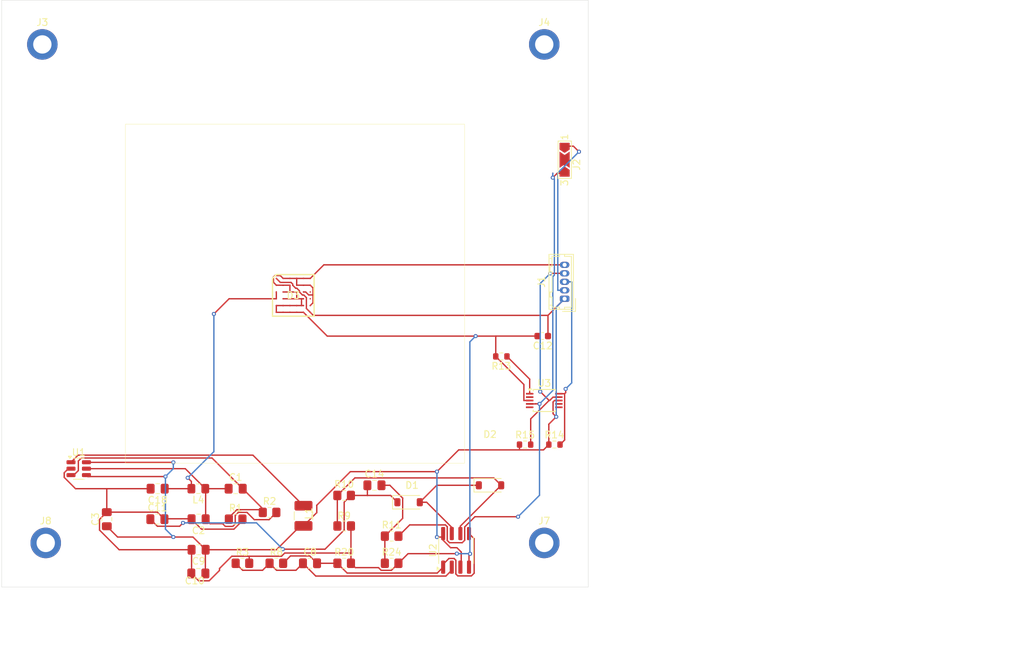
<source format=kicad_pcb>
(kicad_pcb (version 20241229) (generator "pcbnew") (generator_version "9.0")
  (layers (0 "F.Cu" signal) (2 "B.Cu" signal) (13 "F.Paste" user) (15 "B.Paste" user) (5 "F.SilkS" user "F.Silkscreen") (7 "B.SilkS" user "B.Silkscreen") (1 "F.Mask" user) (3 "B.Mask" user) (25 "Edge.Cuts" user))
  (net 0 "")
  (net 1 "Net-(U1-Vout)")
  (net 2 "Net-(U1-FB)")
  (net 3 "GND")
  (net 4 "+5V")
  (net 5 "Net-(U2--IN_A)")
  (net 6 "Net-(U2-+IN_B)")
  (net 7 "Net-(D1-K)")
  (net 8 "Net-(C14-Pad2)")
  (net 9 "/Anode OUT")
  (net 10 "Net-(D1-A)")
  (net 11 "Net-(D2-A)")
  (net 12 "Net-(J1-Pin_4)")
  (net 13 "Net-(J1-Pin_3)")
  (net 14 "ADC0")
  (net 15 "/AMP OUT")
  (net 16 "Net-(U1-sw)")
  (net 17 "Net-(U3-ADDR)")
  (footprint "Capacitor_SMD:C_0805_2012Metric_Pad1.18x1.45mm_HandSolder" (layer "F.Cu") (at 97 112.5 180)
    (property "Reference" "C18" (at 0 -1.68 0) (layer "F.SilkS"))
    (property "Value" "1uF")
    (pad "1" smd roundrect (at -1.0375 0 180) (size 1.175 1.45) (layers "F.Cu" "F.Mask" "F.Paste") (roundrect_rratio 0.212766) (net 9 "/Anode OUT"))
    (pad "2" smd roundrect (at 1.0375 0 180) (size 1.175 1.45) (layers "F.Cu" "F.Mask" "F.Paste") (roundrect_rratio 0.212766) (net 3 "GND"))
  )
  (footprint "Capacitor_SMD:C_0805_2012Metric_Pad1.18x1.45mm_HandSolder" (layer "F.Cu") (at 96.9625 117)
    (property "Reference" "C11" (at 0 -1.68 0) (layer "F.SilkS"))
    (property "Value" "20nF")
    (pad "1" smd roundrect (at -1.0375 0) (size 1.175 1.45) (layers "F.Cu" "F.Mask" "F.Paste") (roundrect_rratio 0.212766) (net 7 "Net-(D1-K)"))
    (pad "2" smd roundrect (at 1.0375 0) (size 1.175 1.45) (layers "F.Cu" "F.Mask" "F.Paste") (roundrect_rratio 0.212766) (net 3 "GND"))
  )
  (footprint "MountingHole:MountingHole_2.7mm_M2.5_ISO7380_Pad" (layer "F.Cu") (at 80 47)
    (property "Reference" "J3" (at 0 -3.25 0) (layer "F.SilkS"))
    (property "Value" "Conn_01x01_Pin")
    (pad "1" thru_hole circle (at 0 0) (size 4.5 4.5) (drill 2.7) (layers "*.Cu" "*.Mask"))
  )
  (footprint "Resistor_SMD:R_0805_2012Metric_Pad1.20x1.40mm_HandSolder" (layer "F.Cu") (at 113.5 116)
    (property "Reference" "R2" (at 0 -1.65 0) (layer "F.SilkS"))
    (property "Value" "226k")
    (pad "1" smd roundrect (at -1 0) (size 1.2 1.4) (layers "F.Cu" "F.Mask" "F.Paste") (roundrect_rratio 0.208333) (net 2 "Net-(U1-FB)"))
    (pad "2" smd roundrect (at 1 0) (size 1.2 1.4) (layers "F.Cu" "F.Mask" "F.Paste") (roundrect_rratio 0.208333) (net 1 "Net-(U1-Vout)"))
  )
  (footprint "Resistor_SMD:R_0805_2012Metric_Pad1.20x1.40mm_HandSolder" (layer "F.Cu") (at 114.5 123.5)
    (property "Reference" "R8" (at 0 -1.65 0) (layer "F.SilkS"))
    (property "Value" "10k")
    (pad "1" smd roundrect (at -1 0) (size 1.2 1.4) (layers "F.Cu" "F.Mask" "F.Paste") (roundrect_rratio 0.208333) (net 5 "Net-(U2--IN_A)"))
    (pad "2" smd roundrect (at 1 0) (size 1.2 1.4) (layers "F.Cu" "F.Mask" "F.Paste") (roundrect_rratio 0.208333) (net 6 "Net-(U2-+IN_B)"))
  )
  (footprint "Resistor_SMD:R_0603_1608Metric" (layer "F.Cu") (at 151.175 106)
    (property "Reference" "R15" (at 0 -1.43 0) (layer "F.SilkS"))
    (property "Value" "10K")
    (pad "1" smd roundrect (at -0.825 0) (size 0.8 0.95) (layers "F.Cu" "F.Mask" "F.Paste") (net 4 "+5V"))
    (pad "2" smd roundrect (at 0.825 0) (size 0.8 0.95) (layers "F.Cu" "F.Mask" "F.Paste") (net 12 "Net-(J1-Pin_4)"))
  )
  (footprint "1my_footprints:BGA36C100P6X6_613X613X67" (layer "F.Cu") (at 117 84)
    (property "Reference" "D3" (at 0 0 0) (layer "F.SilkS"))
    (property "Value" "MICROFJ-60035-TSV-TR1")
    (pad "A1" smd circle (at -2.5 -2.5) (size 0.208 0.208) (layers "F.Cu" "F.Mask" "F.Paste") (net 4 "+5V"))
    (pad "A2" smd circle (at -1.5 -2.5) (size 0.208 0.208) (layers "F.Cu" "F.Mask" "F.Paste") (net 3 "GND"))
    (pad "A3" smd circle (at -0.5 -2.5) (size 0.208 0.208) (layers "F.Cu" "F.Mask" "F.Paste") (net 3 "GND"))
    (pad "A4" smd circle (at 0.5 -2.5) (size 0.208 0.208) (layers "F.Cu" "F.Mask" "F.Paste") (net 3 "GND"))
    (pad "A5" smd circle (at 1.5 -2.5) (size 0.208 0.208) (layers "F.Cu" "F.Mask" "F.Paste") (net 3 "GND"))
    (pad "A6" smd circle (at 2.5 -2.5) (size 0.208 0.208) (layers "F.Cu" "F.Mask" "F.Paste") (net 3 "GND"))
    (pad "B1" smd circle (at -2.5 -1.5) (size 0.208 0.208) (layers "F.Cu" "F.Mask" "F.Paste") (net 3 "GND"))
    (pad "B2" smd circle (at -1.5 -1.5) (size 0.208 0.208) (layers "F.Cu" "F.Mask" "F.Paste") (net 3 "GND"))
    (pad "B3" smd circle (at -0.5 -1.5) (size 0.208 0.208) (layers "F.Cu" "F.Mask" "F.Paste") (net 3 "GND"))
    (pad "B4" smd circle (at 0.5 -1.5) (size 0.208 0.208) (layers "F.Cu" "F.Mask" "F.Paste") (net 3 "GND"))
    (pad "B5" smd circle (at 1.5 -1.5) (size 0.208 0.208) (layers "F.Cu" "F.Mask" "F.Paste") (net 3 "GND"))
    (pad "B6" smd circle (at 2.5 -1.5) (size 0.208 0.208) (layers "F.Cu" "F.Mask" "F.Paste") (net 3 "GND"))
    (pad "C1" smd circle (at -2.5 -0.5) (size 0.208 0.208) (layers "F.Cu" "F.Mask" "F.Paste") (net 9 "/Anode OUT"))
    (pad "C2" smd circle (at -1.5 -0.5) (size 0.208 0.208) (layers "F.Cu" "F.Mask" "F.Paste") (net 3 "GND"))
    (pad "C3" smd circle (at -0.5 -0.5) (size 0.208 0.208) (layers "F.Cu" "F.Mask" "F.Paste") (net 3 "GND"))
    (pad "C4" smd circle (at 0.5 -0.5) (size 0.208 0.208) (layers "F.Cu" "F.Mask" "F.Paste") (net 3 "GND"))
    (pad "C5" smd circle (at 1.5 -0.5) (size 0.208 0.208) (layers "F.Cu" "F.Mask" "F.Paste") (net 3 "GND"))
    (pad "C6" smd circle (at 2.5 -0.5) (size 0.208 0.208) (layers "F.Cu" "F.Mask" "F.Paste"))
    (pad "D1" smd circle (at -2.5 0.5) (size 0.208 0.208) (layers "F.Cu" "F.Mask" "F.Paste") (net 9 "/Anode OUT"))
    (pad "D2" smd circle (at -1.5 0.5) (size 0.208 0.208) (layers "F.Cu" "F.Mask" "F.Paste") (net 3 "GND"))
    (pad "D3" smd circle (at -0.5 0.5) (size 0.208 0.208) (layers "F.Cu" "F.Mask" "F.Paste") (net 3 "GND"))
    (pad "D4" smd circle (at 0.5 0.5) (size 0.208 0.208) (layers "F.Cu" "F.Mask" "F.Paste") (net 3 "GND"))
    (pad "D5" smd circle (at 1.5 0.5) (size 0.208 0.208) (layers "F.Cu" "F.Mask" "F.Paste") (net 3 "GND"))
    (pad "D6" smd circle (at 2.5 0.5) (size 0.208 0.208) (layers "F.Cu" "F.Mask" "F.Paste"))
    (pad "E1" smd circle (at -2.5 1.5) (size 0.208 0.208) (layers "F.Cu" "F.Mask" "F.Paste") (net 3 "GND"))
    (pad "E2" smd circle (at -1.5 1.5) (size 0.208 0.208) (layers "F.Cu" "F.Mask" "F.Paste") (net 3 "GND"))
    (pad "E3" smd circle (at -0.5 1.5) (size 0.208 0.208) (layers "F.Cu" "F.Mask" "F.Paste") (net 3 "GND"))
    (pad "E4" smd circle (at 0.5 1.5) (size 0.208 0.208) (layers "F.Cu" "F.Mask" "F.Paste") (net 3 "GND"))
    (pad "E5" smd circle (at 1.5 1.5) (size 0.208 0.208) (layers "F.Cu" "F.Mask" "F.Paste") (net 3 "GND"))
    (pad "E6" smd circle (at 2.5 1.5) (size 0.208 0.208) (layers "F.Cu" "F.Mask" "F.Paste") (net 3 "GND"))
    (pad "F1" smd circle (at -2.5 2.5) (size 0.208 0.208) (layers "F.Cu" "F.Mask" "F.Paste") (net 3 "GND"))
    (pad "F2" smd circle (at -1.5 2.5) (size 0.208 0.208) (layers "F.Cu" "F.Mask" "F.Paste") (net 3 "GND"))
    (pad "F3" smd circle (at -0.5 2.5) (size 0.208 0.208) (layers "F.Cu" "F.Mask" "F.Paste") (net 3 "GND"))
    (pad "F4" smd circle (at 0.5 2.5) (size 0.208 0.208) (layers "F.Cu" "F.Mask" "F.Paste") (net 3 "GND"))
    (pad "F5" smd circle (at 1.5 2.5) (size 0.208 0.208) (layers "F.Cu" "F.Mask" "F.Paste") (net 3 "GND"))
    (pad "F6" smd circle (at 2.5 2.5) (size 0.208 0.208) (layers "F.Cu" "F.Mask" "F.Paste") (net 4 "+5V"))
  )
  (footprint "Connector_Hirose:Hirose_DF13-05P-1.25DSA_1x05_P1.25mm_Vertical" (layer "F.Cu") (at 157 84.5 90)
    (property "Reference" "J1" (at 2.5 -3.4 90) (layer "F.SilkS"))
    (property "Value" "Conn_01x05_Female")
    (pad "1" thru_hole roundrect (at 0 0 90) (size 0.9 1.4) (drill 0.6) (layers "*.Cu" "*.Mask") (net 4 "+5V"))
    (pad "2" thru_hole oval (at 1.25 0 90) (size 0.9 1.4) (drill 0.6) (layers "*.Cu" "*.Mask") (net 14 "ADC0"))
    (pad "3" thru_hole oval (at 2.5 0 90) (size 0.9 1.4) (drill 0.6) (layers "*.Cu" "*.Mask") (net 13 "Net-(J1-Pin_3)"))
    (pad "4" thru_hole oval (at 3.75 0 90) (size 0.9 1.4) (drill 0.6) (layers "*.Cu" "*.Mask") (net 12 "Net-(J1-Pin_4)"))
    (pad "5" thru_hole oval (at 5 0 90) (size 0.9 1.4) (drill 0.6) (layers "*.Cu" "*.Mask") (net 3 "GND"))
  )
  (footprint "Resistor_SMD:R_0805_2012Metric_Pad1.20x1.40mm_HandSolder" (layer "F.Cu") (at 124.5 118)
    (property "Reference" "R9" (at 0 -1.5 0) (layer "F.SilkS"))
    (property "Value" "100k")
    (pad "1" smd roundrect (at -1 0) (size 1.2 1.4) (layers "F.Cu" "F.Mask" "F.Paste") (roundrect_rratio 0.208333) (net 11 "Net-(D2-A)"))
    (pad "2" smd roundrect (at 1 0) (size 1.2 1.4) (layers "F.Cu" "F.Mask" "F.Paste") (roundrect_rratio 0.208333) (net 3 "GND"))
  )
  (footprint "Resistor_SMD:R_0603_1608Metric" (layer "F.Cu") (at 147.675 93 180)
    (property "Reference" "R13" (at 0 -1.43 0) (layer "F.SilkS"))
    (property "Value" "10K")
    (pad "1" smd roundrect (at -0.825 0 180) (size 0.8 0.95) (layers "F.Cu" "F.Mask" "F.Paste") (net 17 "Net-(U3-ADDR)"))
    (pad "2" smd roundrect (at 0.825 0 180) (size 0.8 0.95) (layers "F.Cu" "F.Mask" "F.Paste") (net 3 "GND"))
  )
  (footprint "Resistor_SMD:R_0805_2012Metric_Pad1.20x1.40mm_HandSolder" (layer "F.Cu") (at 109.5 123.5)
    (property "Reference" "R3" (at 0 -1.65 0) (layer "F.SilkS"))
    (property "Value" "249")
    (pad "1" smd roundrect (at -1 0) (size 1.2 1.4) (layers "F.Cu" "F.Mask" "F.Paste") (roundrect_rratio 0.208333) (net 5 "Net-(U2--IN_A)"))
    (pad "2" smd roundrect (at 1 0) (size 1.2 1.4) (layers "F.Cu" "F.Mask" "F.Paste") (roundrect_rratio 0.208333) (net 3 "GND"))
  )
  (footprint "Capacitor_SMD:C_0805_2012Metric_Pad1.18x1.45mm_HandSolder" (layer "F.Cu") (at 103.0375 121.5 180)
    (property "Reference" "C9" (at 0 -1.68 0) (layer "F.SilkS"))
    (property "Value" "10uF")
    (pad "1" smd roundrect (at -1.0375 0 180) (size 1.175 1.45) (layers "F.Cu" "F.Mask" "F.Paste") (roundrect_rratio 0.212766) (net 4 "+5V"))
    (pad "2" smd roundrect (at 1.0375 0 180) (size 1.175 1.45) (layers "F.Cu" "F.Mask" "F.Paste") (roundrect_rratio 0.212766) (net 3 "GND"))
  )
  (footprint "Capacitor_SMD:C_0805_2012Metric_Pad1.18x1.45mm_HandSolder" (layer "F.Cu") (at 103.0375 117 180)
    (property "Reference" "C2" (at 0 -1.68 0) (layer "F.SilkS"))
    (property "Value" "0.47pF")
    (pad "1" smd roundrect (at -1.0375 0 180) (size 1.175 1.45) (layers "F.Cu" "F.Mask" "F.Paste") (roundrect_rratio 0.212766) (net 1 "Net-(U1-Vout)"))
    (pad "2" smd roundrect (at 1.0375 0 180) (size 1.175 1.45) (layers "F.Cu" "F.Mask" "F.Paste") (roundrect_rratio 0.212766) (net 3 "GND"))
  )
  (footprint "Diode_SMD:D_SOD-123" (layer "F.Cu") (at 146 112)
    (property "Reference" "D2" (at 0 -7.5 0) (layer "F.SilkS"))
    (property "Value" "40V 500mA")
    (pad "1" smd roundrect (at -1.65 0) (size 0.9 1.2) (layers "F.Cu" "F.Mask" "F.Paste") (net 10 "Net-(D1-A)"))
    (pad "2" smd roundrect (at 1.65 0) (size 0.9 1.2) (layers "F.Cu" "F.Mask" "F.Paste") (net 11 "Net-(D2-A)"))
  )
  (footprint "Jumper:SolderJumper-3_P2.0mm_Open_TrianglePad1.0x1.5mm_NumberLabels" (layer "F.Cu") (at 157 64 -90)
    (property "Reference" "J2" (at 0.725 -1.775 90) (layer "F.SilkS"))
    (property "Value" "Conn_01x03_Socket")
    (fp_text user "3" (at 3.4 0 90) (layer "F.SilkS"))
    (fp_text user "1" (at -3.35 0 90) (layer "F.SilkS"))
    (pad "1" smd custom (at -2 0 270) (size 0.3 0.3) (layers "F.Cu" "F.Mask") (net 14 "ADC0") (options (clearance outline) (anchor rect)) (primitives (gr_poly (pts (xy 1 0) (xy 0.5 0.75) (xy -0.5 0.75) (xy -0.5 -0.75) (xy 0.5 -0.75)) (width 0) (fill yes))))
    (pad "2" smd custom (at 0 0 270) (size 0.3 0.3) (layers "F.Cu") (net 15 "/AMP OUT") (options (clearance outline) (anchor rect)) (primitives (gr_poly (pts (xy 0.7 0) (xy 1.2 0.75) (xy -1.2 0.75) (xy -0.7 0) (xy -1.2 -0.75) (xy 1.2 -0.75)) (width 0) (fill yes))))
    (pad "3" smd custom (at 2 0 90) (size 0.3 0.3) (layers "F.Cu" "F.Mask") (net 15 "/AMP OUT") (options (clearance outline) (anchor rect)) (primitives (gr_poly (pts (xy 1 0) (xy 0.5 0.75) (xy -0.5 0.75) (xy -0.5 -0.75) (xy 0.5 -0.75)) (width 0) (fill yes))))
  )
  (footprint "Inductor_SMD:L_0805_2012Metric_Pad1.15x1.40mm_HandSolder" (layer "F.Cu") (at 103 112.5 180)
    (property "Reference" "L4" (at 0 -1.65 0) (layer "F.SilkS"))
    (property "Value" "2.5k Ohms")
    (pad "1" smd roundrect (at -1.025 0 180) (size 1.15 1.4) (layers "F.Cu" "F.Mask" "F.Paste") (roundrect_rratio 0.217391) (net 1 "Net-(U1-Vout)"))
    (pad "2" smd roundrect (at 1.025 0 180) (size 1.15 1.4) (layers "F.Cu" "F.Mask" "F.Paste") (roundrect_rratio 0.217391) (net 9 "/Anode OUT"))
  )
  (footprint "Package_SO:TSSOP-10_3x3mm_P0.5mm" (layer "F.Cu") (at 154 99.5)
    (property "Reference" "U3" (at 0 -2.55 0) (layer "F.SilkS"))
    (property "Value" "ADS1115IDGS")
    (pad "1" smd rect (at -2.15 -1) (size 1.1 0.25) (layers "F.Cu" "F.Mask" "F.Paste") (net 17 "Net-(U3-ADDR)"))
    (pad "2" smd rect (at -2.15 -0.5) (size 1.1 0.25) (layers "F.Cu" "F.Mask" "F.Paste"))
    (pad "3" smd rect (at -2.15 0) (size 1.1 0.25) (layers "F.Cu" "F.Mask" "F.Paste") (net 3 "GND"))
    (pad "4" smd rect (at -2.15 0.5) (size 1.1 0.25) (layers "F.Cu" "F.Mask" "F.Paste") (net 15 "/AMP OUT"))
    (pad "5" smd rect (at -2.15 1) (size 1.1 0.25) (layers "F.Cu" "F.Mask" "F.Paste"))
    (pad "6" smd rect (at 2.15 1) (size 1.1 0.25) (layers "F.Cu" "F.Mask" "F.Paste"))
    (pad "7" smd rect (at 2.15 0.5) (size 1.1 0.25) (layers "F.Cu" "F.Mask" "F.Paste"))
    (pad "8" smd rect (at 2.15 0) (size 1.1 0.25) (layers "F.Cu" "F.Mask" "F.Paste") (net 4 "+5V"))
    (pad "9" smd rect (at 2.15 -0.5) (size 1.1 0.25) (layers "F.Cu" "F.Mask" "F.Paste") (net 12 "Net-(J1-Pin_4)"))
    (pad "10" smd rect (at 2.15 -1) (size 1.1 0.25) (layers "F.Cu" "F.Mask" "F.Paste") (net 13 "Net-(J1-Pin_3)"))
  )
  (footprint "MountingHole:MountingHole_2.7mm_M2.5_ISO7380_Pad" (layer "F.Cu") (at 154 47)
    (property "Reference" "J4" (at 0 -3.25 0) (layer "F.SilkS"))
    (property "Value" "Conn_01x01_Pin")
    (pad "1" thru_hole circle (at 0 0) (size 4.5 4.5) (drill 2.7) (layers "*.Cu" "*.Mask"))
  )
  (footprint "MountingHole:MountingHole_2.7mm_M2.5_ISO7380_Pad" (layer "F.Cu") (at 80.5 120.5)
    (property "Reference" "J8" (at 0 -3.25 0) (layer "F.SilkS"))
    (property "Value" "Conn_01x01_Pin")
    (pad "1" thru_hole circle (at 0 0) (size 4.5 4.5) (drill 2.7) (layers "*.Cu" "*.Mask"))
  )
  (footprint "Capacitor_SMD:C_0805_2012Metric_Pad1.18x1.45mm_HandSolder" (layer "F.Cu") (at 108.5 112.5)
    (property "Reference" "C1" (at 0 -1.68 0) (layer "F.SilkS"))
    (property "Value" "22pF")
    (pad "1" smd roundrect (at -1.0375 0) (size 1.175 1.45) (layers "F.Cu" "F.Mask" "F.Paste") (roundrect_rratio 0.212766) (net 1 "Net-(U1-Vout)"))
    (pad "2" smd roundrect (at 1.0375 0) (size 1.175 1.45) (layers "F.Cu" "F.Mask" "F.Paste") (roundrect_rratio 0.212766) (net 2 "Net-(U1-FB)"))
  )
  (footprint "Package_TO_SOT_SMD:TSOT-23-6" (layer "F.Cu") (at 85.3625 109.55)
    (property "Reference" "U1" (at 0 -2.4 0) (layer "F.SilkS"))
    (property "Value" "LT3461ES6#TRPBF")
    (pad "1" smd roundrect (at -1.1375 -0.95) (size 1.325 0.6) (layers "F.Cu" "F.Mask" "F.Paste") (net 16 "Net-(U1-sw)"))
    (pad "2" smd roundrect (at -1.1375 0) (size 1.325 0.6) (layers "F.Cu" "F.Mask" "F.Paste") (net 3 "GND"))
    (pad "3" smd roundrect (at -1.1375 0.95) (size 1.325 0.6) (layers "F.Cu" "F.Mask" "F.Paste") (net 2 "Net-(U1-FB)"))
    (pad "4" smd roundrect (at 1.1375 0.95) (size 1.325 0.6) (layers "F.Cu" "F.Mask" "F.Paste") (net 4 "+5V"))
    (pad "5" smd roundrect (at 1.1375 0) (size 1.325 0.6) (layers "F.Cu" "F.Mask" "F.Paste") (net 1 "Net-(U1-Vout)"))
    (pad "6" smd roundrect (at 1.1375 -0.95) (size 1.325 0.6) (layers "F.Cu" "F.Mask" "F.Paste") (net 4 "+5V"))
  )
  (footprint "Resistor_SMD:R_0805_2012Metric_Pad1.20x1.40mm_HandSolder" (layer "F.Cu") (at 124.4925 113.5)
    (property "Reference" "R10" (at 0 -1.65 0) (layer "F.SilkS"))
    (property "Value" "100k")
    (pad "1" smd roundrect (at -1 0) (size 1.2 1.4) (layers "F.Cu" "F.Mask" "F.Paste") (roundrect_rratio 0.208333) (net 11 "Net-(D2-A)"))
    (pad "2" smd roundrect (at 1 0) (size 1.2 1.4) (layers "F.Cu" "F.Mask" "F.Paste") (roundrect_rratio 0.208333) (net 7 "Net-(D1-K)"))
  )
  (footprint "Resistor_SMD:R_0805_2012Metric_Pad1.20x1.40mm_HandSolder" (layer "F.Cu") (at 131.5 119.5)
    (property "Reference" "R11" (at 0 -1.65 0) (layer "F.SilkS"))
    (property "Value" "0k")
    (pad "1" smd roundrect (at -1 0) (size 1.2 1.4) (layers "F.Cu" "F.Mask" "F.Paste") (roundrect_rratio 0.208333) (net 8 "Net-(C14-Pad2)"))
    (pad "2" smd roundrect (at 1 0) (size 1.2 1.4) (layers "F.Cu" "F.Mask" "F.Paste") (roundrect_rratio 0.208333) (net 15 "/AMP OUT"))
  )
  (footprint "Package_SO:SOIC-8_3.9x4.9mm_P1.27mm" (layer "F.Cu") (at 141 121.595 90)
    (property "Reference" "U2" (at 0 -3.4 90) (layer "F.SilkS"))
    (property "Value" "LT1807IS8#PBF")
    (pad "1" smd roundrect (at -2.475 -1.905 90) (size 1.95 0.6) (layers "F.Cu" "F.Mask" "F.Paste") (net 6 "Net-(U2-+IN_B)"))
    (pad "2" smd roundrect (at -2.475 -0.635 90) (size 1.95 0.6) (layers "F.Cu" "F.Mask" "F.Paste") (net 5 "Net-(U2--IN_A)"))
    (pad "3" smd roundrect (at -2.475 0.635 90) (size 1.95 0.6) (layers "F.Cu" "F.Mask" "F.Paste") (net 4 "+5V"))
    (pad "4" smd roundrect (at -2.475 1.905 90) (size 1.95 0.6) (layers "F.Cu" "F.Mask" "F.Paste") (net 3 "GND"))
    (pad "5" smd roundrect (at 2.475 1.905 90) (size 1.95 0.6) (layers "F.Cu" "F.Mask" "F.Paste") (net 6 "Net-(U2-+IN_B)"))
    (pad "6" smd roundrect (at 2.475 0.635 90) (size 1.95 0.6) (layers "F.Cu" "F.Mask" "F.Paste") (net 11 "Net-(D2-A)"))
    (pad "7" smd roundrect (at 2.475 -0.635 90) (size 1.95 0.6) (layers "F.Cu" "F.Mask" "F.Paste") (net 10 "Net-(D1-A)"))
    (pad "8" smd roundrect (at 2.475 -1.905 90) (size 1.95 0.6) (layers "F.Cu" "F.Mask" "F.Paste") (net 4 "+5V"))
  )
  (footprint "Capacitor_SMD:C_0805_2012Metric_Pad1.18x1.45mm_HandSolder" (layer "F.Cu") (at 128.9625 112)
    (property "Reference" "C14" (at 0 -1.68 0) (layer "F.SilkS"))
    (property "Value" "0F")
    (pad "1" smd roundrect (at -1.0375 0) (size 1.175 1.45) (layers "F.Cu" "F.Mask" "F.Paste") (roundrect_rratio 0.212766) (net 7 "Net-(D1-K)"))
    (pad "2" smd roundrect (at 1.0375 0) (size 1.175 1.45) (layers "F.Cu" "F.Mask" "F.Paste") (roundrect_rratio 0.212766) (net 8 "Net-(C14-Pad2)"))
  )
  (footprint "Resistor_SMD:R_0805_2012Metric_Pad1.20x1.40mm_HandSolder" (layer "F.Cu") (at 108.5 117)
    (property "Reference" "R1" (at 0 -1.65 0) (layer "F.SilkS"))
    (property "Value" "10k")
    (pad "1" smd roundrect (at -1 0) (size 1.2 1.4) (layers "F.Cu" "F.Mask" "F.Paste") (roundrect_rratio 0.208333) (net 2 "Net-(U1-FB)"))
    (pad "2" smd roundrect (at 1 0) (size 1.2 1.4) (layers "F.Cu" "F.Mask" "F.Paste") (roundrect_rratio 0.208333) (net 3 "GND"))
  )
  (footprint "Capacitor_SMD:C_0603_1608Metric" (layer "F.Cu") (at 153.775 90 180)
    (property "Reference" "C12" (at 0 -1.43 0) (layer "F.SilkS"))
    (property "Value" "0.1")
    (pad "1" smd roundrect (at -0.775 0 180) (size 0.9 0.95) (layers "F.Cu" "F.Mask" "F.Paste") (net 4 "+5V"))
    (pad "2" smd roundrect (at 0.775 0 180) (size 0.9 0.95) (layers "F.Cu" "F.Mask" "F.Paste") (net 3 "GND"))
  )
  (footprint "Capacitor_SMD:C_0805_2012Metric_Pad1.18x1.45mm_HandSolder" (layer "F.Cu") (at 119.4625 123.5)
    (property "Reference" "C8" (at 0 -1.68 0) (layer "F.SilkS"))
    (property "Value" "10pF")
    (pad "1" smd roundrect (at -1.0375 0) (size 1.175 1.45) (layers "F.Cu" "F.Mask" "F.Paste") (roundrect_rratio 0.212766) (net 5 "Net-(U2--IN_A)"))
    (pad "2" smd roundrect (at 1.0375 0) (size 1.175 1.45) (layers "F.Cu" "F.Mask" "F.Paste") (roundrect_rratio 0.212766) (net 6 "Net-(U2-+IN_B)"))
  )
  (footprint "MountingHole:MountingHole_2.7mm_M2.5_ISO7380_Pad" (layer "F.Cu") (at 154 120.5)
    (property "Reference" "J7" (at 0 -3.25 0) (layer "F.SilkS"))
    (property "Value" "Conn_01x01_Pin")
    (pad "1" thru_hole circle (at 0 0) (size 4.5 4.5) (drill 2.7) (layers "*.Cu" "*.Mask"))
  )
  (footprint "Resistor_SMD:R_0805_2012Metric_Pad1.20x1.40mm_HandSolder" (layer "F.Cu") (at 131.5 123.5)
    (property "Reference" "R24" (at 0 -1.65 0) (layer "F.SilkS"))
    (property "Value" "24.9k")
    (pad "1" smd roundrect (at -1 0) (size 1.2 1.4) (layers "F.Cu" "F.Mask" "F.Paste") (roundrect_rratio 0.208333) (net 8 "Net-(C14-Pad2)"))
    (pad "2" smd roundrect (at 1 0) (size 1.2 1.4) (layers "F.Cu" "F.Mask" "F.Paste") (roundrect_rratio 0.208333) (net 3 "GND"))
  )
  (footprint "Capacitor_SMD:C_0805_2012Metric_Pad1.18x1.45mm_HandSolder" (layer "F.Cu") (at 103 125 180)
    (property "Reference" "C10" (at 0.53 -1.08 0) (layer "F.SilkS"))
    (property "Value" "0.1uF")
    (pad "1" smd roundrect (at -1.0375 0 180) (size 1.175 1.45) (layers "F.Cu" "F.Mask" "F.Paste") (roundrect_rratio 0.212766) (net 4 "+5V"))
    (pad "2" smd roundrect (at 1.0375 0 180) (size 1.175 1.45) (layers "F.Cu" "F.Mask" "F.Paste") (roundrect_rratio 0.212766) (net 3 "GND"))
  )
  (footprint "Resistor_SMD:R_0603_1608Metric" (layer "F.Cu") (at 155.5 106)
    (property "Reference" "R14" (at 0 -1.43 0) (layer "F.SilkS"))
    (property "Value" "10K")
    (pad "1" smd roundrect (at -0.825 0) (size 0.8 0.95) (layers "F.Cu" "F.Mask" "F.Paste") (net 4 "+5V"))
    (pad "2" smd roundrect (at 0.825 0) (size 0.8 0.95) (layers "F.Cu" "F.Mask" "F.Paste") (net 13 "Net-(J1-Pin_3)"))
  )
  (footprint "Capacitor_SMD:C_0805_2012Metric_Pad1.18x1.45mm_HandSolder" (layer "F.Cu") (at 89.5 117 90)
    (property "Reference" "C3" (at 0 -1.68 90) (layer "F.SilkS"))
    (property "Value" "1uF")
    (pad "1" smd roundrect (at -1.0375 0 90) (size 1.175 1.45) (layers "F.Cu" "F.Mask" "F.Paste") (roundrect_rratio 0.212766) (net 4 "+5V"))
    (pad "2" smd roundrect (at 1.0375 0 90) (size 1.175 1.45) (layers "F.Cu" "F.Mask" "F.Paste") (roundrect_rratio 0.212766) (net 3 "GND"))
  )
  (footprint "Inductor_SMD:L_1210_3225Metric_Pad1.42x2.65mm_HandSolder" (layer "F.Cu") (at 118.5 116.5 -90)
    (property "Reference" "L1" (at -0.3425 -0.78 90) (layer "F.SilkS"))
    (property "Value" "47uH")
    (pad "1" smd roundrect (at -1.4875 0 270) (size 1.425 2.65) (layers "F.Cu" "F.Mask" "F.Paste") (roundrect_rratio 0.175439) (net 16 "Net-(U1-sw)"))
    (pad "2" smd roundrect (at 1.4875 0 270) (size 1.425 2.65) (layers "F.Cu" "F.Mask" "F.Paste") (roundrect_rratio 0.175439) (net 4 "+5V"))
  )
  (footprint "Resistor_SMD:R_0805_2012Metric_Pad1.20x1.40mm_HandSolder" (layer "F.Cu") (at 124.5 123.5)
    (property "Reference" "R20" (at 0 -1.65 0) (layer "F.SilkS"))
    (property "Value" "10k")
    (pad "1" smd roundrect (at -1 0) (size 1.2 1.4) (layers "F.Cu" "F.Mask" "F.Paste") (roundrect_rratio 0.208333) (net 6 "Net-(U2-+IN_B)"))
    (pad "2" smd roundrect (at 1 0) (size 1.2 1.4) (layers "F.Cu" "F.Mask" "F.Paste") (roundrect_rratio 0.208333) (net 3 "GND"))
  )
  (footprint "Diode_SMD:D_SOD-123" (layer "F.Cu") (at 134 114.5)
    (property "Reference" "D1" (at 0.5 -2.5 0) (layer "F.SilkS"))
    (property "Value" "40V 500mA")
    (pad "1" smd roundrect (at -1.65 0) (size 0.9 1.2) (layers "F.Cu" "F.Mask" "F.Paste") (net 7 "Net-(D1-K)"))
    (pad "2" smd roundrect (at 1.65 0) (size 0.9 1.2) (layers "F.Cu" "F.Mask" "F.Paste") (net 10 "Net-(D1-A)"))
  )
  (gr_rect (start 92.25 58.75) (end 142.25 108.75) (stroke (width 0.05)) (fill no) (layer "F.SilkS"))
  (gr_rect (start 74 40.5) (end 160.5 127) (stroke (width 0.05)) (fill no) (layer "Edge.Cuts"))
  (segment (start 108.4362 116.4491) (end 108.4362 117.7002) (width 0.2) (layer "F.Cu") (net 1))
  (segment (start 86.5 109.55) (end 101.075 109.55) (width 0.2) (layer "F.Cu") (net 1))
  (segment (start 104.7385 117.6635) (end 104.075 117) (width 0.2) (layer "F.Cu") (net 1))
  (segment (start 106.5821 117.6635) (end 104.7385 117.6635) (width 0.2) (layer "F.Cu") (net 1))
  (segment (start 104.075 112.5) (end 104.075 117) (width 0.2) (layer "F.Cu") (net 1))
  (segment (start 104.075 112.5) (end 107.4625 112.5) (width 0.2) (layer "F.Cu") (net 1))
  (segment (start 101.075 109.55) (end 104.025 112.5) (width 0.2) (layer "F.Cu") (net 1))
  (segment (start 113.4318 117.0682) (end 111.2427 117.0682) (width 0.2) (layer "F.Cu") (net 1))
  (segment (start 106.5821 117.6636) (end 106.5821 117.6635) (width 0.2) (layer "F.Cu") (net 1))
  (segment (start 108.0727 118.0637) (end 106.9822 118.0637) (width 0.2) (layer "F.Cu") (net 1))
  (segment (start 106.9822 118.0637) (end 106.5821 117.6636) (width 0.2) (layer "F.Cu") (net 1))
  (segment (start 108.4362 117.7002) (end 108.0727 118.0637) (width 0.2) (layer "F.Cu") (net 1))
  (segment (start 114.5 116) (end 113.4318 117.0682) (width 0.2) (layer "F.Cu") (net 1))
  (segment (start 104.025 112.5) (end 104.075 112.5) (width 0.2) (layer "F.Cu") (net 1))
  (segment (start 111.2427 117.0682) (end 110.1718 115.9973) (width 0.2) (layer "F.Cu") (net 1))
  (segment (start 108.888 115.9973) (end 108.4362 116.4491) (width 0.2) (layer "F.Cu") (net 1))
  (segment (start 110.1718 115.9973) (end 108.888 115.9973) (width 0.2) (layer "F.Cu") (net 1))
  (segment (start 85.3091 109.8259) (end 84.635 110.5) (width 0.2) (layer "F.Cu") (net 2))
  (segment (start 109.5375 112.5) (end 105.0157 107.9782) (width 0.2) (layer "F.Cu") (net 2))
  (segment (start 105.0157 107.9782) (end 85.7495 107.9782) (width 0.2) (layer "F.Cu") (net 2))
  (segment (start 112.5 116) (end 112.5 115.4625) (width 0.2) (layer "F.Cu") (net 2))
  (segment (start 112.0956 115.5956) (end 108.6771 115.5956) (width 0.2) (layer "F.Cu") (net 2))
  (segment (start 85.3091 108.4186) (end 85.3091 109.8259) (width 0.2) (layer "F.Cu") (net 2))
  (segment (start 84.635 110.5) (end 84.225 110.5) (width 0.2) (layer "F.Cu") (net 2))
  (segment (start 112.5 115.4625) (end 109.5375 112.5) (width 0.2) (layer "F.Cu") (net 2))
  (segment (start 85.7495 107.9782) (end 85.3091 108.4186) (width 0.2) (layer "F.Cu") (net 2))
  (segment (start 107.5 116.7727) (end 107.5 117) (width 0.2) (layer "F.Cu") (net 2))
  (segment (start 112.5 116) (end 112.0956 115.5956) (width 0.2) (layer "F.Cu") (net 2))
  (segment (start 108.6771 115.5956) (end 107.5 116.7727) (width 0.2) (layer "F.Cu") (net 2))
  (segment (start 89.5 115.9625) (end 88.4299 117.0326) (width 0.2) (layer "F.Cu") (net 3))
  (segment (start 83.2236 110.8361) (end 84.8875 112.5) (width 0.2) (layer "F.Cu") (net 3))
  (segment (start 117.5 83.5) (end 117.5 84.5) (width 0.2) (layer "F.Cu") (net 3))
  (segment (start 119.5 85.5) (end 119.9057 85.0943) (width 0.2) (layer "F.Cu") (net 3))
  (segment (start 118.5 86.5) (end 117.5 86.5) (width 0.2) (layer "F.Cu") (net 3))
  (segment (start 109.5 117) (end 109.5 117.213) (width 0.2) (layer "F.Cu") (net 3))
  (segment (start 102 121.5) (end 102 124.9625) (width 0.2) (layer "F.Cu") (net 3))
  (segment (start 106.1212 124.2659) (end 107.9292 122.4579) (width 0.2) (layer "F.Cu") (net 3))
  (segment (start 114.2929 81.0771) (end 114.0743 81.2957) (width 0.2) (layer "F.Cu") (net 3))
  (segment (start 117.5 84.5) (end 118.2116 84.5) (width 0.2) (layer "F.Cu") (net 3))
  (segment (start 117.5 81.5) (end 118.5 81.5) (width 0.2) (layer "F.Cu") (net 3))
  (segment (start 114.0743 82.0743) (end 114.5 82.5) (width 0.2) (layer "F.Cu") (net 3))
  (segment (start 119.2637 83.9375) (end 119.9057 83.9375) (width 0.2) (layer "F.Cu") (net 3))
  (segment (start 102 117) (end 101.939 116.939) (width 0.2) (layer "F.Cu") (net 3))
  (segment (start 118.2116 85.5) (end 117.5 85.5) (width 0.2) (layer "F.Cu") (net 3))
  (segment (start 96.9625 115.9625) (end 89.5 115.9625) (width 0.2) (layer "F.Cu") (net 3))
  (segment (start 115.5 86.5) (end 116.5 86.5) (width 0.2) (layer "F.Cu") (net 3))
  (segment (start 119.5 82.5) (end 118.5 82.5) (width 0.2) (layer "F.Cu") (net 3))
  (segment (start 103.0477 126.0852) (end 104.5911 126.0852) (width 0.2) (layer "F.Cu") (net 3))
  (segment (start 146.85 90.0039) (end 143.8828 90.0039) (width 0.2) (layer "F.Cu") (net 3))
  (segment (start 118.5 83.5) (end 118.8262 83.5) (width 0.2) (layer "F.Cu") (net 3))
  (segment (start 132.5 123.5) (end 133.9211 122.0789) (width 0.2) (layer "F.Cu") (net 3))
  (segment (start 131.4601 124.5399) (end 132.5 123.5) (width 0.2) (layer "F.Cu") (net 3))
  (segment (start 101.9625 125) (end 103.0477 126.0852) (width 0.2) (layer "F.Cu") (net 3))
  (segment (start 114.0743 81.2957) (end 114.0743 82.0743) (width 0.2) (layer "F.Cu") (net 3))
  (segment (start 146.85 93) (end 150.9983 97.1483) (width 0.2) (layer "F.Cu") (net 3))
  (segment (start 117.5 82.5) (end 118.5 82.5) (width 0.2) (layer "F.Cu") (net 3))
  (segment (start 118.2116 84.5) (end 118.2116 85.5) (width 0.2) (layer "F.Cu") (net 3))
  (segment (start 118.5 86.5) (end 122.0039 90.0039) (width 0.2) (layer "F.Cu") (net 3))
  (segment (start 115.5 84.5) (end 116.5 84.5) (width 0.2) (layer "F.Cu") (net 3))
  (segment (start 119.9057 85.0943) (end 119.9057 83.9375) (width 0.2) (layer "F.Cu") (net 3))
  (segment (start 101.939 116.939) (end 98.061 116.939) (width 0.2) (layer "F.Cu") (net 3))
  (segment (start 119.9057 83.9375) (end 119.9057 82.9057) (width 0.2) (layer "F.Cu") (net 3))
  (segment (start 133.9211 122.0789) (end 141.1104 122.0789) (width 0.2) (layer "F.Cu") (net 3))
  (segment (start 114.5 85.5) (end 115.5 85.5) (width 0.2) (layer "F.Cu") (net 3))
  (segment (start 115.5 82.5) (end 116.5 82.5) (width 0.2) (layer "F.Cu") (net 3))
  (segment (start 84.8875 112.5) (end 89.5 112.5) (width 0.2) (layer "F.Cu") (net 3))
  (segment (start 95.9625 112.5) (end 89.5 112.5) (width 0.2) (layer "F.Cu") (net 3))
  (segment (start 88.4299 118.6071) (end 91.3228 121.5) (width 0.2) (layer "F.Cu") (net 3))
  (segment (start 150.9983 97.1483) (end 150.9983 99.5) (width 0.2) (layer "F.Cu") (net 3))
  (segment (start 121.5 79.5) (end 157 79.5) (width 0.2) (layer "F.Cu") (net 3))
  (segment (start 126.1397 124.1397) (end 129.5583 124.1397) (width 0.2) (layer "F.Cu") (net 3))
  (segment (start 129.5583 124.1398) (end 129.9584 124.5399) (width 0.2) (layer "F.Cu") (net 3))
  (segment (start 104.5911 126.0852) (end 106.1212 124.5551) (width 0.2) (layer "F.Cu") (net 3))
  (segment (start 151.85 99.5) (end 150.9983 99.5) (width 0.2) (layer "F.Cu") (net 3))
  (segment (start 129.9584 124.5399) (end 131.4601 124.5399) (width 0.2) (layer "F.Cu") (net 3))
  (segment (start 118.2116 84.5) (end 118.5 84.5) (width 0.2) (layer "F.Cu") (net 3))
  (segment (start 115.5 81.5) (end 116.5 81.5) (width 0.2) (layer "F.Cu") (net 3))
  (segment (start 110.5 122.4579) (end 115.2655 122.4579) (width 0.2) (layer "F.Cu") (net 3))
  (segment (start 84.225 109.55) (end 83.8289 109.55) (width 0.2) (layer "F.Cu") (net 3))
  (segment (start 83.8289 109.55) (end 83.2236 110.1553) (width 0.2) (layer "F.Cu") (net 3))
  (segment (start 141.1104 122.0789) (end 141.1104 122.0788) (width 0.2) (layer "F.Cu") (net 3))
  (segment (start 116.5 86.5) (end 117.5 86.5) (width 0.2) (layer "F.Cu") (net 3))
  (segment (start 102 124.9625) (end 101.9625 125) (width 0.2) (layer "F.Cu") (net 3))
  (segment (start 116.5 82.5) (end 116.5 83.5) (width 0.2) (layer "F.Cu") (net 3))
  (segment (start 142.905 122.265) (end 142.905 124.07) (width 0.2) (layer "F.Cu") (net 3))
  (segment (start 125.5 123.5) (end 126.1397 124.1397) (width 0.2) (layer "F.Cu") (net 3))
  (segment (start 146.8539 90) (end 146.85 90.0039) (width 0.2) (layer "F.Cu") (net 3))
  (segment (start 115.5 85.5) (end 116.5 85.5) (width 0.2) (layer "F.Cu") (net 3))
  (segment (start 109.5 117.213) (end 108.2476 118.4654) (width 0.2) (layer "F.Cu") (net 3))
  (segment (start 115.2655 122.4579) (end 115.7352 121.9882) (width 0.2) (layer "F.Cu") (net 3))
  (segment (start 122.0039 90.0039) (end 143.8828 90.0039) (width 0.2) (layer "F.Cu") (net 3))
  (segment (start 110.5 122.4579) (end 110.5 123.5) (width 0.2) (layer "F.Cu") (net 3))
  (segment (start 153 90) (end 146.8539 90) (width 0.2) (layer "F.Cu") (net 3))
  (segment (start 103.4654 118.4654) (end 102 117) (width 0.2) (layer "F.Cu") (net 3))
  (segment (start 116.5 81.5) (end 117.5 81.5) (width 0.2) (layer "F.Cu") (net 3))
  (segment (start 119.9057 82.9057) (end 119.5 82.5) (width 0.2) (layer "F.Cu") (net 3))
  (segment (start 118.5 85.5) (end 118.2116 85.5) (width 0.2) (layer "F.Cu") (net 3))
  (segment (start 146.85 93) (end 146.85 90.0039) (width 0.2) (layer "F.Cu") (net 3))
  (segment (start 91.3228 121.5) (end 102 121.5) (width 0.2) (layer "F.Cu") (net 3))
  (segment (start 89.5 112.5) (end 89.5 115.9625) (width 0.2) (layer "F.Cu") (net 3))
  (segment (start 83.2236 110.1553) (end 83.2236 110.8361) (width 0.2) (layer "F.Cu") (net 3))
  (segment (start 115.5 83.5) (end 116.5 83.5) (width 0.2) (layer "F.Cu") (net 3))
  (segment (start 117.5 85.5) (end 116.5 85.5) (width 0.2) (layer "F.Cu") (net 3))
  (segment (start 118.8262 83.5) (end 119.2637 83.9375) (width 0.2) (layer "F.Cu") (net 3))
  (segment (start 98 117) (end 96.9625 115.9625) (width 0.2) (layer "F.Cu") (net 3))
  (segment (start 118.5 81.5) (end 119.5 81.5) (width 0.2) (layer "F.Cu") (net 3))
  (segment (start 125.5 123.5) (end 125.5 121.9882) (width 0.2) (layer "F.Cu") (net 3))
  (segment (start 114.5 86.5) (end 115.5 86.5) (width 0.2) (layer "F.Cu") (net 3))
  (segment (start 115.5 81.5) (end 115.0771 81.0771) (width 0.2) (layer "F.Cu") (net 3))
  (segment (start 117.5 84.5) (end 116.5 84.5) (width 0.2) (layer "F.Cu") (net 3))
  (segment (start 117.5 83.5) (end 116.5 83.5) (width 0.2) (layer "F.Cu") (net 3))
  (segment (start 108.2476 118.4654) (end 103.4654 118.4654) (width 0.2) (layer "F.Cu") (net 3))
  (segment (start 119.5 81.5) (end 121.5 79.5) (width 0.2) (layer "F.Cu") (net 3))
  (segment (start 143.0625 122.1075) (end 142.905 122.265) (width 0.2) (layer "F.Cu") (net 3))
  (segment (start 114.5 86.5) (end 114.5 85.5) (width 0.2) (layer "F.Cu") (net 3))
  (segment (start 107.9292 122.4579) (end 110.5 122.4579) (width 0.2) (layer "F.Cu") (net 3))
  (segment (start 88.4299 117.0326) (end 88.4299 118.6071) (width 0.2) (layer "F.Cu") (net 3))
  (segment (start 106.1212 124.5551) (end 106.1212 124.2659) (width 0.2) (layer "F.Cu") (net 3))
  (segment (start 125.5 121.9882) (end 125.5 118) (width 0.2) (layer "F.Cu") (net 3))
  (segment (start 115.0771 81.0771) (end 114.2929 81.0771) (width 0.2) (layer "F.Cu") (net 3))
  (segment (start 115.7352 121.9882) (end 125.5 121.9882) (width 0.2) (layer "F.Cu") (net 3))
  (segment (start 114.5 82.5) (end 115.5 82.5) (width 0.2) (layer "F.Cu") (net 3))
  (segment (start 117.5 81.5) (end 117.5 82.5) (width 0.2) (layer "F.Cu") (net 3))
  (segment (start 129.5583 124.1397) (end 129.5583 124.1398) (width 0.2) (layer "F.Cu") (net 3))
  (segment (start 98.061 116.939) (end 98 117) (width 0.2) (layer "F.Cu") (net 3))
  (via (at 141.1104 122.0788) (size 0.6) (drill 0.3) (layers "F.Cu" "B.Cu") (net 3))
  (via (at 143.8828 90.0039) (size 0.6) (drill 0.3) (layers "F.Cu" "B.Cu") (net 3))
  (via (at 143.0625 122.1075) (size 0.6) (drill 0.3) (layers "F.Cu" "B.Cu") (net 3))
  (segment (start 143.0338 122.0788) (end 143.0625 122.1075) (width 0.2) (layer "B.Cu") (net 3))
  (segment (start 143.0338 90.8529) (end 143.0338 122.0788) (width 0.2) (layer "B.Cu") (net 3))
  (segment (start 141.1104 122.0788) (end 143.0338 122.0788) (width 0.2) (layer "B.Cu") (net 3))
  (segment (start 143.8828 90.0039) (end 143.0338 90.8529) (width 0.2) (layer "B.Cu") (net 3))
  (segment (start 118.3526 83.9471) (end 118.5451 83.9471) (width 0.2) (layer "F.Cu") (net 4))
  (segment (start 118.5 117.9875) (end 118.0342 117.9875) (width 0.2) (layer "F.Cu") (net 4))
  (segment (start 157 84.5) (end 154.55 86.95) (width 0.2) (layer "F.Cu") (net 4))
  (segment (start 141.1208 121.2001) (end 140.1881 121.2001) (width 0.2) (layer "F.Cu") (net 4))
  (segment (start 153.8914 106.7836) (end 150.35 106.7836) (width 0.2) (layer "F.Cu") (net 4))
  (segment (start 114.5 81.5) (end 115.0943 82.0943) (width 0.2) (layer "F.Cu") (net 4))
  (segment (start 140.1881 121.2001) (end 139.095 120.107) (width 0.2) (layer "F.Cu") (net 4))
  (segment (start 154.675 102.9905) (end 154.675 106) (width 0.2) (layer "F.Cu") (net 4))
  (segment (start 139.095 120.107) (end 139.095 119.6348) (width 0.2) (layer "F.Cu") (net 4))
  (segment (start 119.95 86.95) (end 154.55 86.95) (width 0.2) (layer "F.Cu") (net 4))
  (segment (start 102.204 119.629) (end 99.3125 119.629) (width 0.2) (layer "F.Cu") (net 4))
  (segment (start 118.9323 84.3343) (end 118.9323 85.9323) (width 0.2) (layer "F.Cu") (net 4))
  (segment (start 91.0915 119.629) (end 99.3125 119.629) (width 0.2) (layer "F.Cu") (net 4))
  (segment (start 118.5451 83.9471) (end 118.9323 84.3343) (width 0.2) (layer "F.Cu") (net 4))
  (segment (start 139.095 119.6348) (end 139.095 119.12) (width 0.2) (layer "F.Cu") (net 4))
  (segment (start 117.9057 83.3319) (end 117.9057 83.5002) (width 0.2) (layer "F.Cu") (net 4))
  (segment (start 86.712 110.712) (end 86.5 110.5) (width 0.2) (layer "F.Cu") (net 4))
  (segment (start 141.7585 123.9465) (end 141.7585 121.8378) (width 0.2) (layer "F.Cu") (net 4))
  (segment (start 138.1786 109.9883) (end 125.4175 109.9883) (width 0.2) (layer "F.Cu") (net 4))
  (segment (start 139.095 119.6348) (end 138.1786 119.6348) (width 0.2) (layer "F.Cu") (net 4))
  (segment (start 150.35 106.7836) (end 150.35 106) (width 0.2) (layer "F.Cu") (net 4))
  (segment (start 104.075 121.5) (end 102.204 119.629) (width 0.2) (layer "F.Cu") (net 4))
  (segment (start 155.5112 99.5) (end 155.2983 99.7129) (width 0.2) (layer "F.Cu") (net 4))
  (segment (start 116.9057 82.5002) (end 117.3526 82.9471) (width 0.2) (layer "F.Cu") (net 4))
  (segment (start 116.6681 82.0943) (end 116.9057 82.3319) (width 0.2) (layer "F.Cu") (net 4))
  (segment (start 150.35 106.7836) (end 141.3833 106.7836) (width 0.2) (layer "F.Cu") (net 4))
  (segment (start 118.0342 117.9875) (end 114.5217 121.5) (width 0.2) (layer "F.Cu") (net 4))
  (segment (start 99.3125 108.62) (end 86.52 108.62) (width 0.2) (layer "F.Cu") (net 4))
  (segment (start 119.5 86.5) (end 119.95 86.95) (width 0.2) (layer "F.Cu") (net 4))
  (segment (start 89.5 118.0375) (end 91.0915 119.629) (width 0.2) (layer "F.Cu") (net 4))
  (segment (start 125.4175 109.9883) (end 120.4614 114.9444) (width 0.2) (layer "F.Cu") (net 4))
  (segment (start 155.2983 101.4402) (end 155.7618 101.9037) (width 0.2) (layer "F.Cu") (net 4))
  (segment (start 117.5209 82.9471) (end 117.9057 83.3319) (width 0.2) (layer "F.Cu") (net 4))
  (segment (start 117.9057 83.5002) (end 118.3526 83.9471) (width 0.2) (layer "F.Cu") (net 4))
  (segment (start 155.7618 101.9037) (end 154.675 102.9905) (width 0.2) (layer "F.Cu") (net 4))
  (segment (start 116.9057 82.3319) (end 116.9057 82.5002) (width 0.2) (layer "F.Cu") (net 4))
  (segment (start 104.0375 121.5375) (end 104.075 121.5) (width 0.2) (layer "F.Cu") (net 4))
  (segment (start 120.4614 116.0262) (end 120.4613 116.0262) (width 0.2) (layer "F.Cu") (net 4))
  (segment (start 154.55 86.95) (end 154.55 90) (width 0.2) (layer "F.Cu") (net 4))
  (segment (start 98.1482 110.712) (end 86.712 110.712) (width 0.2) (layer "F.Cu") (net 4))
  (segment (start 155.2983 99.7129) (end 155.2983 101.4402) (width 0.2) (layer "F.Cu") (net 4))
  (segment (start 120.4613 116.0262) (end 118.5 117.9875) (width 0.2) (layer "F.Cu") (net 4))
  (segment (start 141.635 124.07) (end 141.7585 123.9465) (width 0.2) (layer "F.Cu") (net 4))
  (segment (start 154.675 106) (end 153.8914 106.7836) (width 0.2) (layer "F.Cu") (net 4))
  (segment (start 104.0375 125) (end 104.0375 121.5375) (width 0.2) (layer "F.Cu") (net 4))
  (segment (start 120.4614 114.9444) (end 120.4614 116.0262) (width 0.2) (layer "F.Cu") (net 4))
  (segment (start 117.3526 82.9471) (end 117.5209 82.9471) (width 0.2) (layer "F.Cu") (net 4))
  (segment (start 141.7585 121.8378) (end 141.1208 121.2001) (width 0.2) (layer "F.Cu") (net 4))
  (segment (start 141.3833 106.7836) (end 138.1786 109.9883) (width 0.2) (layer "F.Cu") (net 4))
  (segment (start 114.5217 121.5) (end 104.075 121.5) (width 0.2) (layer "F.Cu") (net 4))
  (segment (start 156.15 99.5) (end 155.5112 99.5) (width 0.2) (layer "F.Cu") (net 4))
  (segment (start 118.9323 85.9323) (end 119.5 86.5) (width 0.2) (layer "F.Cu") (net 4))
  (segment (start 115.0943 82.0943) (end 116.6681 82.0943) (width 0.2) (layer "F.Cu") (net 4))
  (segment (start 86.52 108.62) (end 86.5 108.6) (width 0.2) (layer "F.Cu") (net 4))
  (via (at 99.3125 119.629) (size 0.6) (drill 0.3) (layers "F.Cu" "B.Cu") (net 4))
  (via (at 138.1786 119.6348) (size 0.6) (drill 0.3) (layers "F.Cu" "B.Cu") (net 4))
  (via (at 138.1786 109.9883) (size 0.6) (drill 0.3) (layers "F.Cu" "B.Cu") (net 4))
  (via (at 99.3125 108.62) (size 0.6) (drill 0.3) (layers "F.Cu" "B.Cu") (net 4))
  (via (at 155.7618 101.9037) (size 0.6) (drill 0.3) (layers "F.Cu" "B.Cu") (net 4))
  (via (at 98.1482 110.712) (size 0.6) (drill 0.3) (layers "F.Cu" "B.Cu") (net 4))
  (segment (start 155.7618 85.7382) (end 155.7618 101.9037) (width 0.2) (layer "B.Cu") (net 4))
  (segment (start 98.1482 110.712) (end 99.3125 109.5477) (width 0.2) (layer "B.Cu") (net 4))
  (segment (start 99.3125 119.629) (end 98.1482 118.4647) (width 0.2) (layer "B.Cu") (net 4))
  (segment (start 98.1482 118.4647) (end 98.1482 110.712) (width 0.2) (layer "B.Cu") (net 4))
  (segment (start 157 84.5) (end 155.7618 85.7382) (width 0.2) (layer "B.Cu") (net 4))
  (segment (start 138.1786 119.6348) (end 138.1786 109.9883) (width 0.2) (layer "B.Cu") (net 4))
  (segment (start 99.3125 109.5477) (end 99.3125 108.62) (width 0.2) (layer "B.Cu") (net 4))
  (segment (start 108.5 123.5) (end 109.5324 124.5324) (width 0.2) (layer "F.Cu") (net 5))
  (segment (start 117.3939 124.5311) (end 114.5311 124.5311) (width 0.2) (layer "F.Cu") (net 5))
  (segment (start 109.5324 124.5324) (end 112.4676 124.5324) (width 0.2) (layer "F.Cu") (net 5))
  (segment (start 120.3064 125.3814) (end 118.425 123.5) (width 0.2) (layer "F.Cu") (net 5))
  (segment (start 140.365 124.07) (end 140.365 124.5156) (width 0.2) (layer "F.Cu") (net 5))
  (segment (start 139.4992 125.3814) (end 120.3064 125.3814) (width 0.2) (layer "F.Cu") (net 5))
  (segment (start 140.365 124.5156) (end 139.4992 125.3814) (width 0.2) (layer "F.Cu") (net 5))
  (segment (start 112.4676 124.5324) (end 113.5 123.5) (width 0.2) (layer "F.Cu") (net 5))
  (segment (start 118.425 123.5) (end 117.3939 124.5311) (width 0.2) (layer "F.Cu") (net 5))
  (segment (start 114.5311 124.5311) (end 113.5 123.5) (width 0.2) (layer "F.Cu") (net 5))
  (segment (start 140.7093 122.7927) (end 140.9673 123.0507) (width 0.2) (layer "F.Cu") (net 6))
  (segment (start 119.4174 122.4174) (end 120.5 123.5) (width 0.2) (layer "F.Cu") (net 6))
  (segment (start 138.2234 124.9416) (end 139.095 124.07) (width 0.2) (layer "F.Cu") (net 6))
  (segment (start 123.5 123.5) (end 120.5 123.5) (width 0.2) (layer "F.Cu") (net 6))
  (segment (start 123.5 123.5) (end 124.9416 124.9416) (width 0.2) (layer "F.Cu") (net 6))
  (segment (start 116.5826 122.4174) (end 119.4174 122.4174) (width 0.2) (layer "F.Cu") (net 6))
  (segment (start 143.2597 125.3636) (end 143.6642 124.9591) (width 0.2) (layer "F.Cu") (net 6))
  (segment (start 139.095 124.07) (end 139.095 123.6421) (width 0.2) (layer "F.Cu") (net 6))
  (segment (start 140.9673 123.0507) (end 140.9673 125.0786) (width 0.2) (layer "F.Cu") (net 6))
  (segment (start 115.5 123.5) (end 116.5826 122.4174) (width 0.2) (layer "F.Cu") (net 6))
  (segment (start 140.9673 125.0786) (end 141.2523 125.3636) (width 0.2) (layer "F.Cu") (net 6))
  (segment (start 124.9416 124.9416) (end 138.2234 124.9416) (width 0.2) (layer "F.Cu") (net 6))
  (segment (start 143.6642 119.8792) (end 142.905 119.12) (width 0.2) (layer "F.Cu") (net 6))
  (segment (start 139.9444 122.7927) (end 140.7093 122.7927) (width 0.2) (layer "F.Cu") (net 6))
  (segment (start 143.6642 124.9591) (end 143.6642 119.8792) (width 0.2) (layer "F.Cu") (net 6))
  (segment (start 141.2523 125.3636) (end 143.2597 125.3636) (width 0.2) (layer "F.Cu") (net 6))
  (segment (start 139.095 123.6421) (end 139.9444 122.7927) (width 0.2) (layer "F.Cu") (net 6))
  (segment (start 100.2411 118.0375) (end 96.9625 118.0375) (width 0.2) (layer "F.Cu") (net 7))
  (segment (start 100.7379 117.5407) (end 100.8774 117.5407) (width 0.2) (layer "F.Cu") (net 7))
  (segment (start 96.9625 118.0375) (end 95.925 117) (width 0.2) (layer "F.Cu") (net 7))
  (segment (start 127.925 113.5) (end 131.35 113.5) (width 0.2) (layer "F.Cu") (net 7))
  (segment (start 131.35 113.5) (end 132.35 114.5) (width 0.2) (layer "F.Cu") (net 7))
  (segment (start 127.925 113.5) (end 125.4925 113.5) (width 0.2) (layer "F.Cu") (net 7))
  (segment (start 124.5 118.5976) (end 121.6774 121.4202) (width 0.2) (layer "F.Cu") (net 7))
  (segment (start 121.6774 121.4202) (end 115.4523 121.4202) (width 0.2) (layer "F.Cu") (net 7))
  (segment (start 127.925 113.5) (end 127.925 112) (width 0.2) (layer "F.Cu") (net 7))
  (segment (start 124.5 114.4925) (end 124.5 118.5976) (width 0.2) (layer "F.Cu") (net 7))
  (segment (start 100.7379 117.5407) (end 100.2411 118.0375) (width 0.2) (layer "F.Cu") (net 7))
  (segment (start 100.8774 117.5407) (end 100.7379 117.5407) (width 0.2) (layer "F.Cu") (net 7))
  (segment (start 125.4925 113.5) (end 124.5 114.4925) (width 0.2) (layer "F.Cu") (net 7))
  (via (at 115.4523 121.4202) (size 0.6) (drill 0.3) (layers "F.Cu" "B.Cu") (net 7))
  (via (at 100.7379 117.5407) (size 0.6) (drill 0.3) (layers "F.Cu" "B.Cu") (net 7))
  (segment (start 111.5728 117.5407) (end 100.7379 117.5407) (width 0.2) (layer "B.Cu") (net 7))
  (segment (start 100.7379 117.5407) (end 100.8774 117.5407) (width 0.2) (layer "B.Cu") (net 7))
  (segment (start 115.4523 121.4202) (end 111.5728 117.5407) (width 0.2) (layer "B.Cu") (net 7))
  (segment (start 100.8774 117.5407) (end 100.7379 117.5407) (width 0.2) (layer "B.Cu") (net 7))
  (segment (start 130.5 123.5) (end 130.5 119.5) (width 0.2) (layer "F.Cu") (net 8))
  (segment (start 131.2371 112) (end 130 112) (width 0.2) (layer "F.Cu") (net 8))
  (segment (start 130.5 119.5) (end 133.1231 116.8769) (width 0.2) (layer "F.Cu") (net 8))
  (segment (start 133.1231 116.8769) (end 133.1231 113.886) (width 0.2) (layer "F.Cu") (net 8))
  (segment (start 133.1231 113.886) (end 131.2371 112) (width 0.2) (layer "F.Cu") (net 8))
  (segment (start 101.975 112.5) (end 98.0375 112.5) (width 0.2) (layer "F.Cu") (net 9))
  (segment (start 101.975 111.4365) (end 101.975 112.5) (width 0.2) (layer "F.Cu") (net 9))
  (segment (start 101.4343 110.8958) (end 101.975 111.4365) (width 0.2) (layer "F.Cu") (net 9))
  (segment (start 114.5 84.5) (end 114.5 83.5) (width 0.2) (layer "F.Cu") (net 9))
  (segment (start 114.5 84.5) (end 107.5309 84.5) (width 0.2) (layer "F.Cu") (net 9))
  (segment (start 107.5309 84.5) (end 105.2919 86.739) (width 0.2) (layer "F.Cu") (net 9))
  (via (at 105.2919 86.739) (size 0.6) (drill 0.3) (layers "F.Cu" "B.Cu") (net 9))
  (via (at 101.4343 110.8958) (size 0.6) (drill 0.3) (layers "F.Cu" "B.Cu") (net 9))
  (segment (start 105.2919 86.739) (end 105.2919 107.0382) (width 0.2) (layer "B.Cu") (net 9))
  (segment (start 105.2919 107.0382) (end 101.4343 110.8958) (width 0.2) (layer "B.Cu") (net 9))
  (segment (start 144.35 112) (end 138.15 112) (width 0.2) (layer "F.Cu") (net 10))
  (segment (start 138.15 112) (end 135.65 114.5) (width 0.2) (layer "F.Cu") (net 10))
  (segment (start 140.365 118.2073) (end 136.6577 114.5) (width 0.2) (layer "F.Cu") (net 10))
  (segment (start 140.365 119.12) (end 140.365 118.2073) (width 0.2) (layer "F.Cu") (net 10))
  (segment (start 136.6577 114.5) (end 135.65 114.5) (width 0.2) (layer "F.Cu") (net 10))
  (segment (start 146.5649 110.9149) (end 126.0776 110.9149) (width 0.2) (layer "F.Cu") (net 11))
  (segment (start 141.635 118.015) (end 141.635 119.12) (width 0.2) (layer "F.Cu") (net 11))
  (segment (start 147.65 112) (end 141.635 118.015) (width 0.2) (layer "F.Cu") (net 11))
  (segment (start 123.4925 113.5) (end 123.4925 117.9925) (width 0.2) (layer "F.Cu") (net 11))
  (segment (start 126.0776 110.9149) (end 123.4925 113.5) (width 0.2) (layer "F.Cu") (net 11))
  (segment (start 123.4925 117.9925) (end 123.5 118) (width 0.2) (layer "F.Cu") (net 11))
  (segment (start 147.65 112) (end 146.5649 110.9149) (width 0.2) (layer "F.Cu") (net 11))
  (segment (start 156.15 99) (end 155.2983 99) (width 0.2) (layer "F.Cu") (net 12))
  (segment (start 152 102.2078) (end 152 106) (width 0.2) (layer "F.Cu") (net 12))
  (segment (start 157 80.75) (end 154.9006 80.75) (width 0.2) (layer "F.Cu") (net 12))
  (segment (start 154.8054 99.4929) (end 155.2983 99) (width 0.2) (layer "F.Cu") (net 12))
  (segment (start 154.7149 99.4929) (end 152 102.2078) (width 0.2) (layer "F.Cu") (net 12))
  (segment (start 154.7149 99.4929) (end 154.8054 99.4929) (width 0.2) (layer "F.Cu") (net 12))
  (segment (start 153.4056 98.1836) (end 154.7149 99.4929) (width 0.2) (layer "F.Cu") (net 12))
  (segment (start 154.9006 80.75) (end 154.891 80.7596) (width 0.2) (layer "F.Cu") (net 12))
  (via (at 153.4056 98.1836) (size 0.6) (drill 0.3) (layers "F.Cu" "B.Cu") (net 12))
  (via (at 154.891 80.7596) (size 0.6) (drill 0.3) (layers "F.Cu" "B.Cu") (net 12))
  (segment (start 154.891 80.7596) (end 153.4056 82.245) (width 0.2) (layer "B.Cu") (net 12))
  (segment (start 153.4056 82.245) (end 153.4056 98.1836) (width 0.2) (layer "B.Cu") (net 12))
  (segment (start 157.1558 97.789) (end 157.1558 98.3459) (width 0.2) (layer "F.Cu") (net 13))
  (segment (start 157.0017 98.5) (end 157.0017 105.3233) (width 0.2) (layer "F.Cu") (net 13))
  (segment (start 156.15 98.5) (end 157.0017 98.5) (width 0.2) (layer "F.Cu") (net 13))
  (segment (start 157.1558 98.3459) (end 157.0017 98.5) (width 0.2) (layer "F.Cu") (net 13))
  (segment (start 157.0017 105.3233) (end 156.325 106) (width 0.2) (layer "F.Cu") (net 13))
  (via (at 157.1558 97.789) (size 0.6) (drill 0.3) (layers "F.Cu" "B.Cu") (net 13))
  (segment (start 158.046 82.0443) (end 158.046 96.8988) (width 0.2) (layer "B.Cu") (net 13))
  (segment (start 158.046 96.8988) (end 157.1558 97.789) (width 0.2) (layer "B.Cu") (net 13))
  (segment (start 158.0017 82) (end 158.046 82.0443) (width 0.2) (layer "B.Cu") (net 13))
  (segment (start 157 82) (end 158.0017 82) (width 0.2) (layer "B.Cu") (net 13))
  (segment (start 159.12 62.8214) (end 158.2986 62) (width 0.2) (layer "F.Cu") (net 14))
  (segment (start 158.2986 62) (end 157 62) (width 0.2) (layer "F.Cu") (net 14))
  (via (at 159.12 62.8214) (size 0.6) (drill 0.3) (layers "F.Cu" "B.Cu") (net 14))
  (segment (start 157 83.25) (end 155.9983 83.25) (width 0.2) (layer "B.Cu") (net 14))
  (segment (start 159.12 62.8214) (end 155.9983 65.9431) (width 0.2) (layer "B.Cu") (net 14))
  (segment (start 155.9983 65.9431) (end 155.9983 83.25) (width 0.2) (layer "B.Cu") (net 14))
  (segment (start 155.9053 66) (end 155.2601 66.6452) (width 0.2) (layer "F.Cu") (net 15))
  (segment (start 153.3012 99.9941) (end 152.7076 99.9941) (width 0.2) (layer "F.Cu") (net 15))
  (segment (start 140.0302 120.4655) (end 139.6973 120.1326) (width 0.2) (layer "F.Cu") (net 15))
  (segment (start 139.6973 118.1076) (end 139.4324 117.8427) (width 0.2) (layer "F.Cu") (net 15))
  (segment (start 134.1573 117.8427) (end 132.5 119.5) (width 0.2) (layer "F.Cu") (net 15))
  (segment (start 157 66) (end 155.9053 66) (width 0.2) (layer "F.Cu") (net 15))
  (segment (start 157 64) (end 157 66) (width 0.2) (layer "F.Cu") (net 15))
  (segment (start 139.4324 117.8427) (end 134.1573 117.8427) (width 0.2) (layer "F.Cu") (net 15))
  (segment (start 142.27 118.1403) (end 142.27 120.1036) (width 0.2) (layer "F.Cu") (net 15))
  (segment (start 139.6973 120.1326) (end 139.6973 118.1076) (width 0.2) (layer "F.Cu") (net 15))
  (segment (start 143.7743 116.636) (end 142.27 118.1403) (width 0.2) (layer "F.Cu") (net 15))
  (segment (start 155.2601 66.6452) (end 155.2601 66) (width 0.2) (layer "F.Cu") (net 15))
  (segment (start 150.1374 116.636) (end 143.7743 116.636) (width 0.2) (layer "F.Cu") (net 15))
  (segment (start 152.7076 99.9941) (end 152.7017 100) (width 0.2) (layer "F.Cu") (net 15))
  (segment (start 155.2601 66) (end 155.2601 66.6452) (width 0.2) (layer "F.Cu") (net 15))
  (segment (start 142.27 120.1036) (end 141.9081 120.4655) (width 0.2) (layer "F.Cu") (net 15))
  (segment (start 151.85 100) (end 152.7017 100) (width 0.2) (layer "F.Cu") (net 15))
  (segment (start 141.9081 120.4655) (end 140.0302 120.4655) (width 0.2) (layer "F.Cu") (net 15))
  (via (at 150.1374 116.636) (size 0.6) (drill 0.3) (layers "F.Cu" "B.Cu") (net 15))
  (via (at 155.2601 66.6452) (size 0.6) (drill 0.3) (layers "F.Cu" "B.Cu") (net 15))
  (via (at 153.3012 99.9941) (size 0.6) (drill 0.3) (layers "F.Cu" "B.Cu") (net 15))
  (segment (start 155.4927 66.8778) (end 155.2601 66.6452) (width 0.2) (layer "B.Cu") (net 15))
  (segment (start 153.3012 113.4722) (end 153.3012 99.9941) (width 0.2) (layer "B.Cu") (net 15))
  (segment (start 155.2616 81.2399) (end 155.4927 81.0088) (width 0.2) (layer "B.Cu") (net 15))
  (segment (start 155.2601 66.6452) (end 155.2601 66) (width 0.2) (layer "B.Cu") (net 15))
  (segment (start 155.4927 81.0088) (end 155.4927 66.8778) (width 0.2) (layer "B.Cu") (net 15))
  (segment (start 155.2601 66) (end 155.2601 66.6452) (width 0.2) (layer "B.Cu") (net 15))
  (segment (start 150.1374 116.636) (end 153.3012 113.4722) (width 0.2) (layer "B.Cu") (net 15))
  (segment (start 155.2616 98.0337) (end 155.2616 81.2399) (width 0.2) (layer "B.Cu") (net 15))
  (segment (start 153.3012 99.9941) (end 155.2616 98.0337) (width 0.2) (layer "B.Cu") (net 15))
  (segment (start 118.5 115.0125) (end 111.0415 107.554) (width 0.2) (layer "F.Cu") (net 16))
  (segment (start 111.0415 107.554) (end 85.271 107.554) (width 0.2) (layer "F.Cu") (net 16))
  (segment (start 85.271 107.554) (end 84.225 108.6) (width 0.2) (layer "F.Cu") (net 16))
  (segment (start 151.85 98.5) (end 151.85 96.35) (width 0.2) (layer "F.Cu") (net 17))
  (segment (start 151.85 96.35) (end 148.5 93) (width 0.2) (layer "F.Cu") (net 17))
)
</source>
